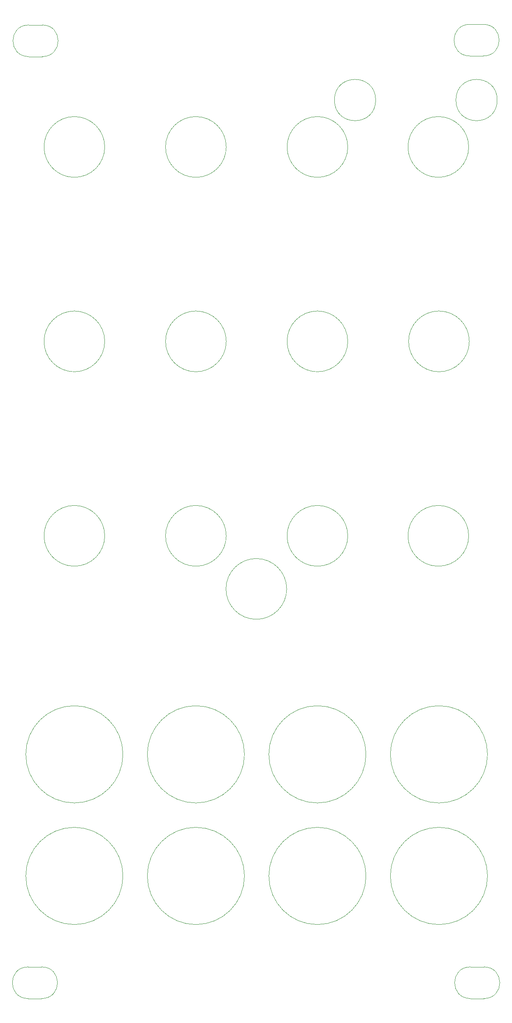
<source format=gbr>
%TF.GenerationSoftware,KiCad,Pcbnew,(5.1.9)-1*%
%TF.CreationDate,2021-09-12T18:44:50+01:00*%
%TF.ProjectId,Function Generator Front Panel,46756e63-7469-46f6-9e20-47656e657261,rev?*%
%TF.SameCoordinates,Original*%
%TF.FileFunction,Other,User*%
%FSLAX46Y46*%
G04 Gerber Fmt 4.6, Leading zero omitted, Abs format (unit mm)*
G04 Created by KiCad (PCBNEW (5.1.9)-1) date 2021-09-12 18:44:50*
%MOMM*%
%LPD*%
G01*
G04 APERTURE LIST*
%ADD10C,0.050000*%
G04 APERTURE END LIST*
D10*
%TO.C,H1*%
X120904000Y-7291000D02*
X123704000Y-7291000D01*
X120904000Y-13791000D02*
X123704000Y-13791000D01*
X123704000Y-7291000D02*
G75*
G02*
X123704000Y-13791000I0J-3250000D01*
G01*
X120904000Y-7291000D02*
G75*
G03*
X120904000Y-13791000I0J-3250000D01*
G01*
%TO.C,H2*%
X29972000Y-207720000D02*
X32772000Y-207720000D01*
X29972000Y-201220000D02*
X32772000Y-201220000D01*
X29972000Y-201220000D02*
G75*
G03*
X29972000Y-207720000I0J-3250000D01*
G01*
X32772000Y-201220000D02*
G75*
G02*
X32772000Y-207720000I0J-3250000D01*
G01*
%TO.C,H3*%
X121031000Y-201220000D02*
X123831000Y-201220000D01*
X121031000Y-207720000D02*
X123831000Y-207720000D01*
X123831000Y-201220000D02*
G75*
G02*
X123831000Y-207720000I0J-3250000D01*
G01*
X121031000Y-201220000D02*
G75*
G03*
X121031000Y-207720000I0J-3250000D01*
G01*
%TO.C,H4*%
X30099000Y-13918000D02*
X32899000Y-13918000D01*
X30099000Y-7418000D02*
X32899000Y-7418000D01*
X30099000Y-7418000D02*
G75*
G03*
X30099000Y-13918000I0J-3250000D01*
G01*
X32899000Y-7418000D02*
G75*
G02*
X32899000Y-13918000I0J-3250000D01*
G01*
%TO.C,H5*%
X49497000Y-157480000D02*
G75*
G03*
X49497000Y-157480000I-10000000J0D01*
G01*
%TO.C,H6*%
X74516000Y-182499000D02*
G75*
G03*
X74516000Y-182499000I-10000000J0D01*
G01*
%TO.C,H7*%
X74516000Y-157480000D02*
G75*
G03*
X74516000Y-157480000I-10000000J0D01*
G01*
%TO.C,H8*%
X49497000Y-182499000D02*
G75*
G03*
X49497000Y-182499000I-10000000J0D01*
G01*
%TO.C,H9*%
X124554000Y-182499000D02*
G75*
G03*
X124554000Y-182499000I-10000000J0D01*
G01*
%TO.C,H10*%
X124554000Y-157480000D02*
G75*
G03*
X124554000Y-157480000I-10000000J0D01*
G01*
%TO.C,H11*%
X99535000Y-182499000D02*
G75*
G03*
X99535000Y-182499000I-10000000J0D01*
G01*
%TO.C,H12*%
X99535000Y-157480000D02*
G75*
G03*
X99535000Y-157480000I-10000000J0D01*
G01*
%TO.C,H13*%
X95785000Y-112522000D02*
G75*
G03*
X95785000Y-112522000I-6250000J0D01*
G01*
%TO.C,H14*%
X70766000Y-72517000D02*
G75*
G03*
X70766000Y-72517000I-6250000J0D01*
G01*
%TO.C,H15*%
X95785000Y-72517000D02*
G75*
G03*
X95785000Y-72517000I-6250000J0D01*
G01*
%TO.C,H16*%
X45747000Y-32512000D02*
G75*
G03*
X45747000Y-32512000I-6250000J0D01*
G01*
%TO.C,H17*%
X45747000Y-112522000D02*
G75*
G03*
X45747000Y-112522000I-6250000J0D01*
G01*
%TO.C,H18*%
X120677000Y-112522000D02*
G75*
G03*
X120677000Y-112522000I-6250000J0D01*
G01*
%TO.C,H19*%
X120677000Y-32512000D02*
G75*
G03*
X120677000Y-32512000I-6250000J0D01*
G01*
%TO.C,H20*%
X70766000Y-32512000D02*
G75*
G03*
X70766000Y-32512000I-6250000J0D01*
G01*
%TO.C,H21*%
X45747000Y-72517000D02*
G75*
G03*
X45747000Y-72517000I-6250000J0D01*
G01*
%TO.C,H22*%
X120804000Y-72517000D02*
G75*
G03*
X120804000Y-72517000I-6250000J0D01*
G01*
%TO.C,H23*%
X126551000Y-22860000D02*
G75*
G03*
X126551000Y-22860000I-4250000J0D01*
G01*
%TO.C,H24*%
X101532000Y-22860000D02*
G75*
G03*
X101532000Y-22860000I-4250000J0D01*
G01*
%TO.C,H25*%
X83212000Y-123444000D02*
G75*
G03*
X83212000Y-123444000I-6250000J0D01*
G01*
%TO.C,H26*%
X95785000Y-32512000D02*
G75*
G03*
X95785000Y-32512000I-6250000J0D01*
G01*
%TO.C,H27*%
X70766000Y-112522000D02*
G75*
G03*
X70766000Y-112522000I-6250000J0D01*
G01*
%TD*%
M02*

</source>
